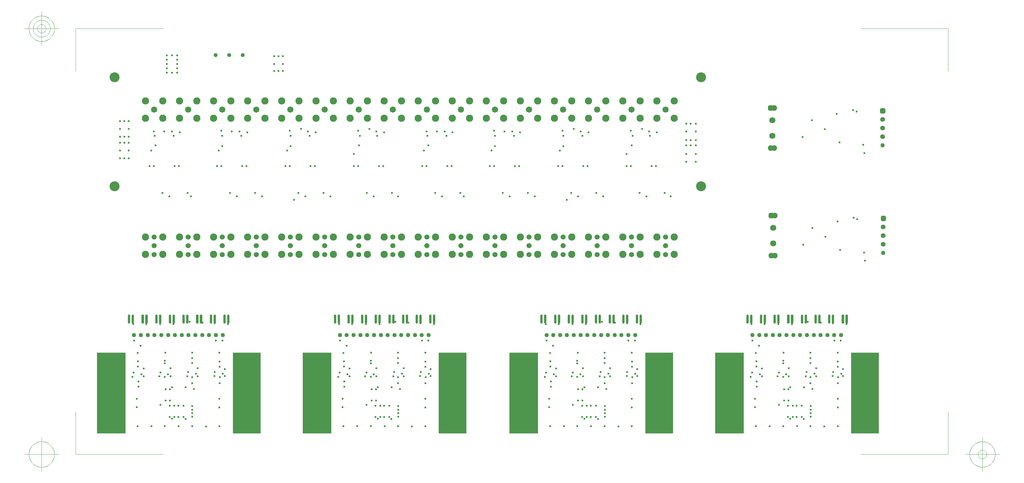
<source format=gbr>
G04 Generated by Ultiboard *
%FSLAX25Y25*%
%MOMM*%

%ADD10C,0.00100*%
%ADD11C,0.10000*%
%ADD12C,0.60000*%
%ADD13C,2.70916*%
%ADD14C,1.82016*%
%ADD15C,2.11684*%
%ADD16C,1.50000*%
%ADD17C,1.25000*%
%ADD18R,0.10000X2.00000*%
%ADD19C,2.92100*%
%ADD20C,1.18516*%
%ADD21C,1.80000*%
%ADD22R,0.24440X0.24440*%
%ADD23C,1.35560*%
%ADD24R,0.60000X0.60000*%
%ADD25C,1.00000*%
%ADD26C,1.40000*%
%ADD27R,0.63500X0.63500*%
%ADD28C,0.88900*%
%ADD29C,1.27000*%


%LNSolder Mask Bottom*%
%LPD*%
%FSLAX25Y25*%
%MOMM*%
G54D10*
G36*
X12222200Y113100D02*
X12222200Y2488000D01*
X13060300Y2488000D01*
X13060300Y113100D01*
X12222200Y113100D01*
G37*
G36*
X6162200Y113100D02*
X6162200Y2488000D01*
X7000300Y2488000D01*
X7000300Y113100D01*
X6162200Y113100D01*
G37*
G36*
X122200Y113100D02*
X122200Y2488000D01*
X960300Y2488000D01*
X960300Y113100D01*
X122200Y113100D01*
G37*
G36*
X4109900Y113100D02*
X4109900Y2488000D01*
X4922200Y2488000D01*
X4922200Y113100D01*
X4109900Y113100D01*
G37*
G36*
X10149900Y113100D02*
X10149900Y2488000D01*
X10962200Y2488000D01*
X10962200Y113100D01*
X10149900Y113100D01*
G37*
G36*
X16209900Y113100D02*
X16209900Y2488000D01*
X17022200Y2488000D01*
X17022200Y113100D01*
X16209900Y113100D01*
G37*
G36*
X18262200Y113100D02*
X18262200Y2488000D01*
X19100300Y2488000D01*
X19100300Y113100D01*
X18262200Y113100D01*
G37*
G36*
X22249900Y113100D02*
X22249900Y2488000D01*
X23062200Y2488000D01*
X23062200Y113100D01*
X22249900Y113100D01*
G37*
G54D11*
X-500000Y-500000D02*
X-500000Y750000D01*
X-500000Y-500000D02*
X2059696Y-500000D01*
X25096960Y-500000D02*
X22537264Y-500000D01*
X25096960Y-500000D02*
X25096960Y750000D01*
X25096960Y12000000D02*
X25096960Y10750000D01*
X25096960Y12000000D02*
X22537264Y12000000D01*
X-500000Y12000000D02*
X2059696Y12000000D01*
X-500000Y12000000D02*
X-500000Y10750000D01*
X-1000000Y-500000D02*
X-2000000Y-500000D01*
X-1500000Y-1000000D02*
X-1500000Y0D01*
X-1125000Y-500000D02*
X-1126806Y-463244D01*
X-1126806Y-463244D02*
X-1132206Y-426841D01*
X-1132206Y-426841D02*
X-1141147Y-391143D01*
X-1141147Y-391143D02*
X-1153545Y-356494D01*
X-1153545Y-356494D02*
X-1169280Y-323226D01*
X-1169280Y-323226D02*
X-1188199Y-291661D01*
X-1188199Y-291661D02*
X-1210121Y-262103D01*
X-1210121Y-262103D02*
X-1234835Y-234835D01*
X-1234835Y-234835D02*
X-1262103Y-210121D01*
X-1262103Y-210121D02*
X-1291661Y-188199D01*
X-1291661Y-188199D02*
X-1323226Y-169280D01*
X-1323226Y-169280D02*
X-1356494Y-153545D01*
X-1356494Y-153545D02*
X-1391143Y-141147D01*
X-1391143Y-141147D02*
X-1426841Y-132206D01*
X-1426841Y-132206D02*
X-1463244Y-126806D01*
X-1463244Y-126806D02*
X-1500000Y-125000D01*
X-1500000Y-125000D02*
X-1536756Y-126806D01*
X-1536756Y-126806D02*
X-1573159Y-132206D01*
X-1573159Y-132206D02*
X-1608857Y-141147D01*
X-1608857Y-141147D02*
X-1643506Y-153545D01*
X-1643506Y-153545D02*
X-1676774Y-169280D01*
X-1676774Y-169280D02*
X-1708339Y-188199D01*
X-1708339Y-188199D02*
X-1737897Y-210121D01*
X-1737897Y-210121D02*
X-1765165Y-234835D01*
X-1765165Y-234835D02*
X-1789879Y-262103D01*
X-1789879Y-262103D02*
X-1811801Y-291661D01*
X-1811801Y-291661D02*
X-1830720Y-323226D01*
X-1830720Y-323226D02*
X-1846455Y-356494D01*
X-1846455Y-356494D02*
X-1858853Y-391143D01*
X-1858853Y-391143D02*
X-1867794Y-426841D01*
X-1867794Y-426841D02*
X-1873194Y-463244D01*
X-1873194Y-463244D02*
X-1875000Y-500000D01*
X-1875000Y-500000D02*
X-1873194Y-536756D01*
X-1873194Y-536756D02*
X-1867794Y-573159D01*
X-1867794Y-573159D02*
X-1858853Y-608857D01*
X-1858853Y-608857D02*
X-1846455Y-643506D01*
X-1846455Y-643506D02*
X-1830720Y-676774D01*
X-1830720Y-676774D02*
X-1811801Y-708339D01*
X-1811801Y-708339D02*
X-1789879Y-737897D01*
X-1789879Y-737897D02*
X-1765165Y-765165D01*
X-1765165Y-765165D02*
X-1737897Y-789879D01*
X-1737897Y-789879D02*
X-1708339Y-811801D01*
X-1708339Y-811801D02*
X-1676774Y-830720D01*
X-1676774Y-830720D02*
X-1643506Y-846455D01*
X-1643506Y-846455D02*
X-1608857Y-858853D01*
X-1608857Y-858853D02*
X-1573159Y-867794D01*
X-1573159Y-867794D02*
X-1536756Y-873194D01*
X-1536756Y-873194D02*
X-1500000Y-875000D01*
X-1500000Y-875000D02*
X-1463244Y-873194D01*
X-1463244Y-873194D02*
X-1426841Y-867794D01*
X-1426841Y-867794D02*
X-1391143Y-858853D01*
X-1391143Y-858853D02*
X-1356494Y-846455D01*
X-1356494Y-846455D02*
X-1323226Y-830720D01*
X-1323226Y-830720D02*
X-1291661Y-811801D01*
X-1291661Y-811801D02*
X-1262103Y-789879D01*
X-1262103Y-789879D02*
X-1234835Y-765165D01*
X-1234835Y-765165D02*
X-1210121Y-737897D01*
X-1210121Y-737897D02*
X-1188199Y-708339D01*
X-1188199Y-708339D02*
X-1169280Y-676774D01*
X-1169280Y-676774D02*
X-1153545Y-643506D01*
X-1153545Y-643506D02*
X-1141147Y-608857D01*
X-1141147Y-608857D02*
X-1132206Y-573159D01*
X-1132206Y-573159D02*
X-1126806Y-536756D01*
X-1126806Y-536756D02*
X-1125000Y-500000D01*
X25596960Y-500000D02*
X26596960Y-500000D01*
X26096960Y-1000000D02*
X26096960Y0D01*
X26471960Y-500000D02*
X26470154Y-463244D01*
X26470154Y-463244D02*
X26464754Y-426841D01*
X26464754Y-426841D02*
X26455813Y-391143D01*
X26455813Y-391143D02*
X26443415Y-356494D01*
X26443415Y-356494D02*
X26427680Y-323226D01*
X26427680Y-323226D02*
X26408761Y-291661D01*
X26408761Y-291661D02*
X26386839Y-262103D01*
X26386839Y-262103D02*
X26362125Y-234835D01*
X26362125Y-234835D02*
X26334857Y-210121D01*
X26334857Y-210121D02*
X26305299Y-188199D01*
X26305299Y-188199D02*
X26273734Y-169280D01*
X26273734Y-169280D02*
X26240466Y-153545D01*
X26240466Y-153545D02*
X26205817Y-141147D01*
X26205817Y-141147D02*
X26170119Y-132206D01*
X26170119Y-132206D02*
X26133716Y-126806D01*
X26133716Y-126806D02*
X26096960Y-125000D01*
X26096960Y-125000D02*
X26060204Y-126806D01*
X26060204Y-126806D02*
X26023801Y-132206D01*
X26023801Y-132206D02*
X25988103Y-141147D01*
X25988103Y-141147D02*
X25953454Y-153545D01*
X25953454Y-153545D02*
X25920186Y-169280D01*
X25920186Y-169280D02*
X25888621Y-188199D01*
X25888621Y-188199D02*
X25859063Y-210121D01*
X25859063Y-210121D02*
X25831795Y-234835D01*
X25831795Y-234835D02*
X25807081Y-262103D01*
X25807081Y-262103D02*
X25785159Y-291661D01*
X25785159Y-291661D02*
X25766240Y-323226D01*
X25766240Y-323226D02*
X25750505Y-356494D01*
X25750505Y-356494D02*
X25738107Y-391143D01*
X25738107Y-391143D02*
X25729166Y-426841D01*
X25729166Y-426841D02*
X25723766Y-463244D01*
X25723766Y-463244D02*
X25721960Y-500000D01*
X25721960Y-500000D02*
X25723766Y-536756D01*
X25723766Y-536756D02*
X25729166Y-573159D01*
X25729166Y-573159D02*
X25738107Y-608857D01*
X25738107Y-608857D02*
X25750505Y-643506D01*
X25750505Y-643506D02*
X25766240Y-676774D01*
X25766240Y-676774D02*
X25785159Y-708339D01*
X25785159Y-708339D02*
X25807081Y-737897D01*
X25807081Y-737897D02*
X25831795Y-765165D01*
X25831795Y-765165D02*
X25859063Y-789879D01*
X25859063Y-789879D02*
X25888621Y-811801D01*
X25888621Y-811801D02*
X25920186Y-830720D01*
X25920186Y-830720D02*
X25953454Y-846455D01*
X25953454Y-846455D02*
X25988103Y-858853D01*
X25988103Y-858853D02*
X26023801Y-867794D01*
X26023801Y-867794D02*
X26060204Y-873194D01*
X26060204Y-873194D02*
X26096960Y-875000D01*
X26096960Y-875000D02*
X26133716Y-873194D01*
X26133716Y-873194D02*
X26170119Y-867794D01*
X26170119Y-867794D02*
X26205817Y-858853D01*
X26205817Y-858853D02*
X26240466Y-846455D01*
X26240466Y-846455D02*
X26273734Y-830720D01*
X26273734Y-830720D02*
X26305299Y-811801D01*
X26305299Y-811801D02*
X26334857Y-789879D01*
X26334857Y-789879D02*
X26362125Y-765165D01*
X26362125Y-765165D02*
X26386839Y-737897D01*
X26386839Y-737897D02*
X26408761Y-708339D01*
X26408761Y-708339D02*
X26427680Y-676774D01*
X26427680Y-676774D02*
X26443415Y-643506D01*
X26443415Y-643506D02*
X26455813Y-608857D01*
X26455813Y-608857D02*
X26464754Y-573159D01*
X26464754Y-573159D02*
X26470154Y-536756D01*
X26470154Y-536756D02*
X26471960Y-500000D01*
X26221960Y-500000D02*
X26221358Y-487748D01*
X26221358Y-487748D02*
X26219558Y-475614D01*
X26219558Y-475614D02*
X26216578Y-463715D01*
X26216578Y-463715D02*
X26212445Y-452165D01*
X26212445Y-452165D02*
X26207200Y-441076D01*
X26207200Y-441076D02*
X26200894Y-430554D01*
X26200894Y-430554D02*
X26193586Y-420701D01*
X26193586Y-420701D02*
X26185348Y-411612D01*
X26185348Y-411612D02*
X26176259Y-403374D01*
X26176259Y-403374D02*
X26166406Y-396066D01*
X26166406Y-396066D02*
X26155885Y-389760D01*
X26155885Y-389760D02*
X26144795Y-384515D01*
X26144795Y-384515D02*
X26133246Y-380383D01*
X26133246Y-380383D02*
X26121346Y-377402D01*
X26121346Y-377402D02*
X26109212Y-375602D01*
X26109212Y-375602D02*
X26096960Y-375000D01*
X26096960Y-375000D02*
X26084708Y-375602D01*
X26084708Y-375602D02*
X26072574Y-377402D01*
X26072574Y-377402D02*
X26060675Y-380383D01*
X26060675Y-380383D02*
X26049125Y-384515D01*
X26049125Y-384515D02*
X26038036Y-389760D01*
X26038036Y-389760D02*
X26027514Y-396066D01*
X26027514Y-396066D02*
X26017661Y-403374D01*
X26017661Y-403374D02*
X26008572Y-411612D01*
X26008572Y-411612D02*
X26000334Y-420701D01*
X26000334Y-420701D02*
X25993026Y-430554D01*
X25993026Y-430554D02*
X25986720Y-441076D01*
X25986720Y-441076D02*
X25981475Y-452165D01*
X25981475Y-452165D02*
X25977343Y-463715D01*
X25977343Y-463715D02*
X25974362Y-475614D01*
X25974362Y-475614D02*
X25972562Y-487748D01*
X25972562Y-487748D02*
X25971960Y-500000D01*
X25971960Y-500000D02*
X25972562Y-512252D01*
X25972562Y-512252D02*
X25974362Y-524386D01*
X25974362Y-524386D02*
X25977343Y-536286D01*
X25977343Y-536286D02*
X25981475Y-547835D01*
X25981475Y-547835D02*
X25986720Y-558925D01*
X25986720Y-558925D02*
X25993026Y-569446D01*
X25993026Y-569446D02*
X26000334Y-579299D01*
X26000334Y-579299D02*
X26008572Y-588388D01*
X26008572Y-588388D02*
X26017661Y-596626D01*
X26017661Y-596626D02*
X26027514Y-603934D01*
X26027514Y-603934D02*
X26038036Y-610240D01*
X26038036Y-610240D02*
X26049125Y-615485D01*
X26049125Y-615485D02*
X26060675Y-619618D01*
X26060675Y-619618D02*
X26072574Y-622598D01*
X26072574Y-622598D02*
X26084708Y-624398D01*
X26084708Y-624398D02*
X26096960Y-625000D01*
X26096960Y-625000D02*
X26109212Y-624398D01*
X26109212Y-624398D02*
X26121346Y-622598D01*
X26121346Y-622598D02*
X26133246Y-619618D01*
X26133246Y-619618D02*
X26144795Y-615485D01*
X26144795Y-615485D02*
X26155885Y-610240D01*
X26155885Y-610240D02*
X26166406Y-603934D01*
X26166406Y-603934D02*
X26176259Y-596626D01*
X26176259Y-596626D02*
X26185348Y-588388D01*
X26185348Y-588388D02*
X26193586Y-579299D01*
X26193586Y-579299D02*
X26200894Y-569446D01*
X26200894Y-569446D02*
X26207200Y-558925D01*
X26207200Y-558925D02*
X26212445Y-547835D01*
X26212445Y-547835D02*
X26216578Y-536286D01*
X26216578Y-536286D02*
X26219558Y-524386D01*
X26219558Y-524386D02*
X26221358Y-512252D01*
X26221358Y-512252D02*
X26221960Y-500000D01*
X-1000000Y12000000D02*
X-2000000Y12000000D01*
X-1500000Y11500000D02*
X-1500000Y12500000D01*
X-1125000Y12000000D02*
X-1126806Y12036757D01*
X-1126806Y12036757D02*
X-1132206Y12073159D01*
X-1132206Y12073159D02*
X-1141147Y12108857D01*
X-1141147Y12108857D02*
X-1153545Y12143506D01*
X-1153545Y12143506D02*
X-1169280Y12176774D01*
X-1169280Y12176774D02*
X-1188199Y12208339D01*
X-1188199Y12208339D02*
X-1210121Y12237898D01*
X-1210121Y12237898D02*
X-1234835Y12265165D01*
X-1234835Y12265165D02*
X-1262103Y12289879D01*
X-1262103Y12289879D02*
X-1291661Y12311801D01*
X-1291661Y12311801D02*
X-1323226Y12330721D01*
X-1323226Y12330721D02*
X-1356494Y12346455D01*
X-1356494Y12346455D02*
X-1391143Y12358853D01*
X-1391143Y12358853D02*
X-1426841Y12367795D01*
X-1426841Y12367795D02*
X-1463244Y12373194D01*
X-1463244Y12373194D02*
X-1500000Y12375000D01*
X-1500000Y12375000D02*
X-1536756Y12373194D01*
X-1536756Y12373194D02*
X-1573159Y12367795D01*
X-1573159Y12367795D02*
X-1608857Y12358853D01*
X-1608857Y12358853D02*
X-1643506Y12346455D01*
X-1643506Y12346455D02*
X-1676774Y12330721D01*
X-1676774Y12330721D02*
X-1708339Y12311801D01*
X-1708339Y12311801D02*
X-1737897Y12289879D01*
X-1737897Y12289879D02*
X-1765165Y12265165D01*
X-1765165Y12265165D02*
X-1789879Y12237898D01*
X-1789879Y12237898D02*
X-1811801Y12208339D01*
X-1811801Y12208339D02*
X-1830720Y12176774D01*
X-1830720Y12176774D02*
X-1846455Y12143506D01*
X-1846455Y12143506D02*
X-1858853Y12108857D01*
X-1858853Y12108857D02*
X-1867794Y12073159D01*
X-1867794Y12073159D02*
X-1873194Y12036757D01*
X-1873194Y12036757D02*
X-1875000Y12000000D01*
X-1875000Y12000000D02*
X-1873194Y11963244D01*
X-1873194Y11963244D02*
X-1867794Y11926841D01*
X-1867794Y11926841D02*
X-1858853Y11891143D01*
X-1858853Y11891143D02*
X-1846455Y11856494D01*
X-1846455Y11856494D02*
X-1830720Y11823226D01*
X-1830720Y11823226D02*
X-1811801Y11791661D01*
X-1811801Y11791661D02*
X-1789879Y11762103D01*
X-1789879Y11762103D02*
X-1765165Y11734835D01*
X-1765165Y11734835D02*
X-1737897Y11710121D01*
X-1737897Y11710121D02*
X-1708339Y11688199D01*
X-1708339Y11688199D02*
X-1676774Y11669280D01*
X-1676774Y11669280D02*
X-1643506Y11653545D01*
X-1643506Y11653545D02*
X-1608857Y11641148D01*
X-1608857Y11641148D02*
X-1573159Y11632206D01*
X-1573159Y11632206D02*
X-1536756Y11626806D01*
X-1536756Y11626806D02*
X-1500000Y11625000D01*
X-1500000Y11625000D02*
X-1463244Y11626806D01*
X-1463244Y11626806D02*
X-1426841Y11632206D01*
X-1426841Y11632206D02*
X-1391143Y11641148D01*
X-1391143Y11641148D02*
X-1356494Y11653545D01*
X-1356494Y11653545D02*
X-1323226Y11669280D01*
X-1323226Y11669280D02*
X-1291661Y11688199D01*
X-1291661Y11688199D02*
X-1262103Y11710121D01*
X-1262103Y11710121D02*
X-1234835Y11734835D01*
X-1234835Y11734835D02*
X-1210121Y11762103D01*
X-1210121Y11762103D02*
X-1188199Y11791661D01*
X-1188199Y11791661D02*
X-1169280Y11823226D01*
X-1169280Y11823226D02*
X-1153545Y11856494D01*
X-1153545Y11856494D02*
X-1141147Y11891143D01*
X-1141147Y11891143D02*
X-1132206Y11926841D01*
X-1132206Y11926841D02*
X-1126806Y11963244D01*
X-1126806Y11963244D02*
X-1125000Y12000000D01*
X-1250000Y12000000D02*
X-1251204Y12024504D01*
X-1251204Y12024504D02*
X-1254804Y12048773D01*
X-1254804Y12048773D02*
X-1260765Y12072571D01*
X-1260765Y12072571D02*
X-1269030Y12095671D01*
X-1269030Y12095671D02*
X-1279520Y12117849D01*
X-1279520Y12117849D02*
X-1292133Y12138893D01*
X-1292133Y12138893D02*
X-1306747Y12158598D01*
X-1306747Y12158598D02*
X-1323223Y12176777D01*
X-1323223Y12176777D02*
X-1341402Y12193253D01*
X-1341402Y12193253D02*
X-1361108Y12207868D01*
X-1361108Y12207868D02*
X-1382151Y12220480D01*
X-1382151Y12220480D02*
X-1404329Y12230970D01*
X-1404329Y12230970D02*
X-1427429Y12239235D01*
X-1427429Y12239235D02*
X-1451228Y12245196D01*
X-1451228Y12245196D02*
X-1475496Y12248796D01*
X-1475496Y12248796D02*
X-1500000Y12250000D01*
X-1500000Y12250000D02*
X-1524504Y12248796D01*
X-1524504Y12248796D02*
X-1548773Y12245196D01*
X-1548773Y12245196D02*
X-1572571Y12239235D01*
X-1572571Y12239235D02*
X-1595671Y12230970D01*
X-1595671Y12230970D02*
X-1617849Y12220480D01*
X-1617849Y12220480D02*
X-1638893Y12207868D01*
X-1638893Y12207868D02*
X-1658598Y12193253D01*
X-1658598Y12193253D02*
X-1676777Y12176777D01*
X-1676777Y12176777D02*
X-1693253Y12158598D01*
X-1693253Y12158598D02*
X-1707867Y12138893D01*
X-1707867Y12138893D02*
X-1720480Y12117849D01*
X-1720480Y12117849D02*
X-1730970Y12095671D01*
X-1730970Y12095671D02*
X-1739235Y12072571D01*
X-1739235Y12072571D02*
X-1745196Y12048773D01*
X-1745196Y12048773D02*
X-1748796Y12024504D01*
X-1748796Y12024504D02*
X-1750000Y12000000D01*
X-1750000Y12000000D02*
X-1748796Y11975496D01*
X-1748796Y11975496D02*
X-1745196Y11951228D01*
X-1745196Y11951228D02*
X-1739235Y11927429D01*
X-1739235Y11927429D02*
X-1730970Y11904329D01*
X-1730970Y11904329D02*
X-1720480Y11882151D01*
X-1720480Y11882151D02*
X-1707867Y11861108D01*
X-1707867Y11861108D02*
X-1693253Y11841402D01*
X-1693253Y11841402D02*
X-1676777Y11823223D01*
X-1676777Y11823223D02*
X-1658598Y11806748D01*
X-1658598Y11806748D02*
X-1638893Y11792133D01*
X-1638893Y11792133D02*
X-1617849Y11779520D01*
X-1617849Y11779520D02*
X-1595671Y11769030D01*
X-1595671Y11769030D02*
X-1572571Y11760765D01*
X-1572571Y11760765D02*
X-1548773Y11754804D01*
X-1548773Y11754804D02*
X-1524504Y11751204D01*
X-1524504Y11751204D02*
X-1500000Y11750000D01*
X-1500000Y11750000D02*
X-1475496Y11751204D01*
X-1475496Y11751204D02*
X-1451228Y11754804D01*
X-1451228Y11754804D02*
X-1427429Y11760765D01*
X-1427429Y11760765D02*
X-1404329Y11769030D01*
X-1404329Y11769030D02*
X-1382151Y11779520D01*
X-1382151Y11779520D02*
X-1361108Y11792133D01*
X-1361108Y11792133D02*
X-1341402Y11806748D01*
X-1341402Y11806748D02*
X-1323223Y11823223D01*
X-1323223Y11823223D02*
X-1306747Y11841402D01*
X-1306747Y11841402D02*
X-1292133Y11861108D01*
X-1292133Y11861108D02*
X-1279520Y11882151D01*
X-1279520Y11882151D02*
X-1269030Y11904329D01*
X-1269030Y11904329D02*
X-1260765Y11927429D01*
X-1260765Y11927429D02*
X-1254804Y11951228D01*
X-1254804Y11951228D02*
X-1251204Y11975496D01*
X-1251204Y11975496D02*
X-1250000Y12000000D01*
X-1375000Y12000000D02*
X-1375602Y12012252D01*
X-1375602Y12012252D02*
X-1377402Y12024386D01*
X-1377402Y12024386D02*
X-1380383Y12036286D01*
X-1380383Y12036286D02*
X-1384515Y12047836D01*
X-1384515Y12047836D02*
X-1389760Y12058925D01*
X-1389760Y12058925D02*
X-1396066Y12069446D01*
X-1396066Y12069446D02*
X-1403374Y12079299D01*
X-1403374Y12079299D02*
X-1411612Y12088388D01*
X-1411612Y12088388D02*
X-1420701Y12096626D01*
X-1420701Y12096626D02*
X-1430554Y12103934D01*
X-1430554Y12103934D02*
X-1441076Y12110240D01*
X-1441076Y12110240D02*
X-1452165Y12115485D01*
X-1452165Y12115485D02*
X-1463715Y12119618D01*
X-1463715Y12119618D02*
X-1475614Y12122598D01*
X-1475614Y12122598D02*
X-1487748Y12124398D01*
X-1487748Y12124398D02*
X-1500000Y12125000D01*
X-1500000Y12125000D02*
X-1512252Y12124398D01*
X-1512252Y12124398D02*
X-1524386Y12122598D01*
X-1524386Y12122598D02*
X-1536286Y12119618D01*
X-1536286Y12119618D02*
X-1547835Y12115485D01*
X-1547835Y12115485D02*
X-1558925Y12110240D01*
X-1558925Y12110240D02*
X-1569446Y12103934D01*
X-1569446Y12103934D02*
X-1579299Y12096626D01*
X-1579299Y12096626D02*
X-1588388Y12088388D01*
X-1588388Y12088388D02*
X-1596626Y12079299D01*
X-1596626Y12079299D02*
X-1603934Y12069446D01*
X-1603934Y12069446D02*
X-1610240Y12058925D01*
X-1610240Y12058925D02*
X-1615485Y12047836D01*
X-1615485Y12047836D02*
X-1619618Y12036286D01*
X-1619618Y12036286D02*
X-1622598Y12024386D01*
X-1622598Y12024386D02*
X-1624398Y12012252D01*
X-1624398Y12012252D02*
X-1625000Y12000000D01*
X-1625000Y12000000D02*
X-1624398Y11987748D01*
X-1624398Y11987748D02*
X-1622598Y11975614D01*
X-1622598Y11975614D02*
X-1619618Y11963715D01*
X-1619618Y11963715D02*
X-1615485Y11952165D01*
X-1615485Y11952165D02*
X-1610240Y11941076D01*
X-1610240Y11941076D02*
X-1603934Y11930554D01*
X-1603934Y11930554D02*
X-1596626Y11920701D01*
X-1596626Y11920701D02*
X-1588388Y11911612D01*
X-1588388Y11911612D02*
X-1579299Y11903374D01*
X-1579299Y11903374D02*
X-1569446Y11896066D01*
X-1569446Y11896066D02*
X-1558925Y11889760D01*
X-1558925Y11889760D02*
X-1547835Y11884515D01*
X-1547835Y11884515D02*
X-1536286Y11880383D01*
X-1536286Y11880383D02*
X-1524386Y11877402D01*
X-1524386Y11877402D02*
X-1512252Y11875602D01*
X-1512252Y11875602D02*
X-1500000Y11875000D01*
X-1500000Y11875000D02*
X-1487748Y11875602D01*
X-1487748Y11875602D02*
X-1475614Y11877402D01*
X-1475614Y11877402D02*
X-1463715Y11880383D01*
X-1463715Y11880383D02*
X-1452165Y11884515D01*
X-1452165Y11884515D02*
X-1441076Y11889760D01*
X-1441076Y11889760D02*
X-1430554Y11896066D01*
X-1430554Y11896066D02*
X-1420701Y11903374D01*
X-1420701Y11903374D02*
X-1411612Y11911612D01*
X-1411612Y11911612D02*
X-1403374Y11920701D01*
X-1403374Y11920701D02*
X-1396066Y11930554D01*
X-1396066Y11930554D02*
X-1389760Y11941076D01*
X-1389760Y11941076D02*
X-1384515Y11952165D01*
X-1384515Y11952165D02*
X-1380383Y11963715D01*
X-1380383Y11963715D02*
X-1377402Y11975614D01*
X-1377402Y11975614D02*
X-1375602Y11987748D01*
X-1375602Y11987748D02*
X-1375000Y12000000D01*
G54D12*
X12764000Y7176400D03*
X6389600Y7963800D03*
X6364200Y8852800D03*
X3220900Y3364300D03*
X885400Y1564600D03*
X221900Y1565100D03*
X1341300Y1637100D03*
X218400Y777200D03*
X220000Y434300D03*
X220000Y320000D03*
X220000Y205700D03*
X218400Y548600D03*
X218400Y662900D03*
X218700Y1230700D03*
X220300Y887800D03*
X220300Y1116400D03*
X220300Y1002100D03*
X218700Y1345000D03*
X218700Y1459300D03*
X881900Y776700D03*
X883500Y433800D03*
X883500Y319500D03*
X883500Y205200D03*
X881900Y662400D03*
X881900Y548100D03*
X1315900Y329000D03*
X882200Y1230200D03*
X883800Y1115900D03*
X883800Y1001600D03*
X883800Y887300D03*
X882200Y1458800D03*
X882200Y1344500D03*
X1290500Y887800D03*
X1290500Y1129100D03*
X1341300Y1484700D03*
X222200Y2361500D03*
X220300Y2022300D03*
X221900Y1679400D03*
X220300Y1908000D03*
X221900Y1793700D03*
X220300Y2136600D03*
X222200Y2247200D03*
X885700Y2361000D03*
X1201600Y1903800D03*
X1163500Y1776800D03*
X883800Y2021800D03*
X883800Y1907500D03*
X885400Y1793200D03*
X885400Y1678900D03*
X885700Y2246700D03*
X883800Y2136100D03*
X1493700Y2018100D03*
X1493700Y1789500D03*
X1430200Y1853000D03*
X1328600Y2081600D03*
X1328600Y2234000D03*
X1214300Y2843600D03*
X1315900Y2475300D03*
X1404800Y2691200D03*
X2916100Y1586300D03*
X2395400Y925900D03*
X2395400Y595700D03*
X1722300Y329000D03*
X2116000Y329000D03*
X2322200Y541900D03*
X2255700Y595700D03*
X1989000Y951300D03*
X2255700Y925900D03*
X2141400Y1078300D03*
X2268400Y1078300D03*
X2141400Y1408500D03*
X2322200Y1469000D03*
X2268400Y1408500D03*
X2922200Y807200D03*
X2522400Y329000D03*
X2722200Y535600D03*
X2509700Y595700D03*
X2662100Y595700D03*
X2916100Y329000D03*
X2922200Y607200D03*
X2922200Y707200D03*
X2509700Y925900D03*
X2662100Y925900D03*
X2725600Y1472000D03*
X2922200Y917200D03*
X2971200Y1416900D03*
X1989000Y1903800D03*
X1950900Y1789500D03*
X2281100Y2030800D03*
X2116000Y1776800D03*
X2281100Y1789500D03*
X2204900Y1853000D03*
X2116000Y2246700D03*
X2116000Y2170500D03*
X2128700Y2488000D03*
X2776400Y1789500D03*
X2801800Y1916500D03*
X3081200Y2030800D03*
X2916100Y1764100D03*
X3030400Y1865700D03*
X3081200Y1789500D03*
X2916100Y2183200D03*
X2916100Y2322900D03*
X2916100Y2488000D03*
X1569900Y3326200D03*
X1188900Y3326200D03*
X2370000Y3326200D03*
X1976300Y3326200D03*
X2839900Y3389700D03*
X4798400Y548600D03*
X4800300Y2136600D03*
X4802200Y2247200D03*
X4802200Y2361500D03*
X4798700Y1345000D03*
X4801900Y1679400D03*
X4800300Y2022300D03*
X4800300Y1908000D03*
X4801900Y1793700D03*
X4801900Y1565100D03*
X4798700Y1459300D03*
X4800300Y887800D03*
X4798700Y1230700D03*
X4800300Y1116400D03*
X4800300Y1002100D03*
X4798400Y777200D03*
X4798400Y662900D03*
X4800000Y434300D03*
X4800000Y320000D03*
X4800000Y205700D03*
X4166100Y1566000D03*
X3721500Y1586300D03*
X3322500Y316300D03*
X3716200Y329000D03*
X3716200Y875100D03*
X3716200Y1129100D03*
X4162600Y778100D03*
X4164200Y435200D03*
X4164200Y320900D03*
X4164200Y206600D03*
X4162600Y549500D03*
X4162600Y663800D03*
X4162900Y1231600D03*
X4164500Y1117300D03*
X4164500Y1003000D03*
X4164500Y888700D03*
X4162900Y1460200D03*
X4162900Y1345900D03*
X3581800Y1916500D03*
X3569100Y1802200D03*
X3873900Y2005400D03*
X3728900Y1764100D03*
X3873900Y1802200D03*
X3817800Y1865700D03*
X3721500Y2068900D03*
X3721500Y2221300D03*
X3614600Y2843600D03*
X3805100Y2843600D03*
X3716200Y2488000D03*
X4166400Y2362400D03*
X4164500Y2023200D03*
X4164500Y1908900D03*
X4166100Y1794600D03*
X4166100Y1680300D03*
X4166400Y2248100D03*
X4164500Y2137500D03*
X6261900Y1565100D03*
X6258400Y777200D03*
X6260000Y434300D03*
X6260000Y320000D03*
X6260000Y205700D03*
X6258400Y548600D03*
X6258400Y662900D03*
X6258700Y1230700D03*
X6260300Y887800D03*
X6260300Y1116400D03*
X6260300Y1002100D03*
X6258700Y1345000D03*
X6258700Y1459300D03*
X6262200Y2361500D03*
X6260300Y2022300D03*
X6261900Y1679400D03*
X6260300Y1908000D03*
X6261900Y1793700D03*
X6260300Y2136600D03*
X6262200Y2247200D03*
X3970200Y3326200D03*
X3576500Y3351600D03*
X801600Y9056000D03*
X801600Y9284600D03*
X801600Y8649600D03*
X801600Y8827400D03*
X801600Y8421000D03*
X801600Y8192400D03*
X928600Y8827400D03*
X1055600Y8827400D03*
X1055600Y8421000D03*
X928600Y8192400D03*
X1055600Y8192400D03*
X928600Y8649600D03*
X1055600Y8649600D03*
X1055600Y9056000D03*
X928600Y9284600D03*
X1055600Y9284600D03*
X1665200Y7963800D03*
X2528800Y7963800D03*
X1792200Y7963800D03*
X2401800Y7963800D03*
X2046200Y7176400D03*
X2249400Y7074800D03*
X2782800Y7176400D03*
X2884400Y7074800D03*
X2376400Y8852800D03*
X1716000Y8421000D03*
X1843000Y8573400D03*
X1792200Y8979800D03*
X1817600Y8852800D03*
X2097000Y8979800D03*
X2325600Y8979800D03*
X2554200Y8954400D03*
X2173200Y11215000D03*
X2478000Y11215000D03*
X2325600Y11215000D03*
X2173200Y10834000D03*
X2173200Y10707000D03*
X2325600Y10707000D03*
X2173200Y11088000D03*
X2173200Y10961000D03*
X2478000Y10834000D03*
X2478000Y10707000D03*
X2478000Y11088000D03*
X2478000Y10961000D03*
X4764000Y7176400D03*
X3773400Y7963800D03*
X3646400Y7963800D03*
X4510000Y7963800D03*
X4383000Y7963800D03*
X4027400Y7176400D03*
X4230600Y7074800D03*
X3697200Y8421000D03*
X3798800Y8548000D03*
X3773400Y9005200D03*
X3798800Y8852800D03*
X4357600Y8852800D03*
X4078200Y8979800D03*
X4306800Y8979800D03*
X4535400Y8954400D03*
X5780000Y7963800D03*
X5653000Y7963800D03*
X4967200Y7074800D03*
X6034000Y7176400D03*
X5907000Y6973200D03*
X6237200Y7074800D03*
X5703800Y8421000D03*
X5805400Y8548000D03*
X5780000Y9005200D03*
X5805400Y8852800D03*
X6110200Y9056000D03*
X6313400Y8979800D03*
X5322800Y11189600D03*
X5576800Y11189600D03*
X5449800Y11189600D03*
X5576800Y10961000D03*
X5576800Y10757800D03*
X5322800Y10757800D03*
X5449800Y10757800D03*
X5322800Y10961000D03*
X9621800Y1916500D03*
X9609100Y1802200D03*
X9616500Y3351600D03*
X8029000Y951300D03*
X8029000Y1903800D03*
X7990900Y1789500D03*
X6925400Y1564600D03*
X7381300Y1637100D03*
X6921900Y776700D03*
X6923500Y433800D03*
X6923500Y319500D03*
X6923500Y205200D03*
X6921900Y662400D03*
X6921900Y548100D03*
X6922200Y1230200D03*
X6923800Y1115900D03*
X6923800Y1001600D03*
X6923800Y887300D03*
X6922200Y1458800D03*
X6922200Y1344500D03*
X7355900Y329000D03*
X7762300Y329000D03*
X7330500Y887800D03*
X7330500Y1129100D03*
X7381300Y1484700D03*
X7241600Y1903800D03*
X7203500Y1776800D03*
X6925700Y2361000D03*
X6923800Y2021800D03*
X6923800Y1907500D03*
X6925400Y1793200D03*
X6925400Y1678900D03*
X6925700Y2246700D03*
X6923800Y2136100D03*
X7533700Y2018100D03*
X7533700Y1789500D03*
X7470200Y1853000D03*
X7368600Y2081600D03*
X7368600Y2234000D03*
X7254300Y2843600D03*
X7355900Y2475300D03*
X7444800Y2691200D03*
X8956100Y1586300D03*
X8762200Y535600D03*
X8765600Y1472000D03*
X8435400Y595700D03*
X8362200Y541900D03*
X8156000Y329000D03*
X8295700Y595700D03*
X8562400Y329000D03*
X8549700Y595700D03*
X8702100Y595700D03*
X8435400Y925900D03*
X8362200Y1469000D03*
X8295700Y925900D03*
X8181400Y1078300D03*
X8308400Y1078300D03*
X8181400Y1408500D03*
X8308400Y1408500D03*
X8549700Y925900D03*
X8702100Y925900D03*
X8962200Y807200D03*
X8956100Y329000D03*
X8962200Y607200D03*
X8962200Y707200D03*
X9362500Y316300D03*
X8962200Y917200D03*
X9011200Y1416900D03*
X8816400Y1789500D03*
X8841800Y1916500D03*
X8321100Y2030800D03*
X8156000Y1776800D03*
X8321100Y1789500D03*
X8244900Y1853000D03*
X8156000Y2246700D03*
X8156000Y2170500D03*
X8168700Y2488000D03*
X9121200Y2030800D03*
X8956100Y1764100D03*
X9070400Y1865700D03*
X9121200Y1789500D03*
X8956100Y2183200D03*
X8956100Y2322900D03*
X8956100Y2488000D03*
X8016300Y3326200D03*
X7228900Y3326200D03*
X7609900Y3326200D03*
X8410000Y3326200D03*
X8879900Y3389700D03*
X9260900Y3364300D03*
X10841900Y1565100D03*
X10206100Y1566000D03*
X9761500Y1586300D03*
X10202600Y778100D03*
X9756200Y329000D03*
X10204200Y435200D03*
X10204200Y320900D03*
X10204200Y206600D03*
X10202600Y549500D03*
X10202600Y663800D03*
X9756200Y875100D03*
X9756200Y1129100D03*
X10202900Y1231600D03*
X10204500Y1117300D03*
X10204500Y1003000D03*
X10204500Y888700D03*
X10202900Y1460200D03*
X10202900Y1345900D03*
X10838400Y777200D03*
X10838400Y548600D03*
X10838400Y662900D03*
X10840000Y434300D03*
X10840000Y320000D03*
X10840000Y205700D03*
X10838700Y1345000D03*
X10838700Y1459300D03*
X10840300Y887800D03*
X10838700Y1230700D03*
X10840300Y1116400D03*
X10840300Y1002100D03*
X10206400Y2362400D03*
X9913900Y2005400D03*
X9768900Y1764100D03*
X9913900Y1802200D03*
X9857800Y1865700D03*
X9761500Y2068900D03*
X9761500Y2221300D03*
X10204500Y2023200D03*
X10204500Y1908900D03*
X10206100Y1794600D03*
X10206100Y1680300D03*
X10206400Y2248100D03*
X10204500Y2137500D03*
X9654600Y2843600D03*
X9845100Y2843600D03*
X9756200Y2488000D03*
X10842200Y2361500D03*
X10840300Y2136600D03*
X10842200Y2247200D03*
X10841900Y1679400D03*
X10840300Y2022300D03*
X10840300Y1908000D03*
X10841900Y1793700D03*
X12321900Y1565100D03*
X12318400Y777200D03*
X12320000Y434300D03*
X12320000Y320000D03*
X12320000Y205700D03*
X12318400Y548600D03*
X12318400Y662900D03*
X12318700Y1230700D03*
X12320300Y887800D03*
X12320300Y1116400D03*
X12320300Y1002100D03*
X12318700Y1345000D03*
X12318700Y1459300D03*
X12322200Y2361500D03*
X12320300Y2022300D03*
X12321900Y1679400D03*
X12320300Y1908000D03*
X12321900Y1793700D03*
X12320300Y2136600D03*
X12322200Y2247200D03*
X10010200Y3326200D03*
X8040600Y7176400D03*
X6516600Y7963800D03*
X7659600Y7963800D03*
X7786600Y7963800D03*
X6770600Y7176400D03*
X6973800Y7074800D03*
X6542000Y8954400D03*
X7659600Y8319400D03*
X7812000Y8573400D03*
X7786600Y9005200D03*
X7837400Y8852800D03*
X8523200Y7963800D03*
X8396200Y7963800D03*
X8777200Y7176400D03*
X8243800Y7074800D03*
X8955000Y7074800D03*
X8116800Y9056000D03*
X8320000Y8979800D03*
X8345400Y8852800D03*
X8548600Y8954400D03*
X9665200Y7963800D03*
X10528800Y7963800D03*
X9792200Y7963800D03*
X10401800Y7963800D03*
X10046200Y7176400D03*
X10249400Y7074800D03*
X10782800Y7176400D03*
X10884400Y7074800D03*
X10376400Y8852800D03*
X9716000Y8421000D03*
X9843000Y8573400D03*
X9792200Y8979800D03*
X9817600Y8852800D03*
X10097000Y8979800D03*
X10325600Y8979800D03*
X10554200Y8954400D03*
X11773400Y7963800D03*
X11646400Y7963800D03*
X12510000Y7963800D03*
X12383000Y7963800D03*
X12027400Y7176400D03*
X12230600Y7074800D03*
X11697200Y8421000D03*
X11798800Y8548000D03*
X11773400Y9005200D03*
X11798800Y8852800D03*
X12357600Y8852800D03*
X12078200Y8979800D03*
X12306800Y8979800D03*
X12535400Y8954400D03*
X15973900Y2005400D03*
X15973900Y1802200D03*
X14422200Y541900D03*
X14355700Y595700D03*
X14355700Y925900D03*
X14368400Y1078300D03*
X14422200Y1469000D03*
X14368400Y1408500D03*
X14381100Y2030800D03*
X14381100Y1789500D03*
X12985400Y1564600D03*
X13441300Y1637100D03*
X12981900Y776700D03*
X12983500Y433800D03*
X12983500Y319500D03*
X12983500Y205200D03*
X12981900Y662400D03*
X12981900Y548100D03*
X13415900Y329000D03*
X12982200Y1230200D03*
X12983800Y1115900D03*
X12983800Y1001600D03*
X12983800Y887300D03*
X12982200Y1458800D03*
X12982200Y1344500D03*
X13390500Y887800D03*
X13390500Y1129100D03*
X13441300Y1484700D03*
X13822300Y329000D03*
X14216000Y329000D03*
X14089000Y951300D03*
X14241400Y1078300D03*
X14241400Y1408500D03*
X13593700Y2018100D03*
X13593700Y1789500D03*
X12985700Y2361000D03*
X12983800Y2021800D03*
X12983800Y1907500D03*
X12985400Y1793200D03*
X12985400Y1678900D03*
X12985700Y2246700D03*
X12983800Y2136100D03*
X13301600Y1903800D03*
X13263500Y1776800D03*
X13530200Y1853000D03*
X13428600Y2081600D03*
X13428600Y2234000D03*
X13314300Y2843600D03*
X13415900Y2475300D03*
X13504800Y2691200D03*
X14089000Y1903800D03*
X14050900Y1789500D03*
X14216000Y1776800D03*
X14304900Y1853000D03*
X14216000Y2246700D03*
X14216000Y2170500D03*
X14228700Y2488000D03*
X15016100Y1586300D03*
X15821500Y1586300D03*
X15022200Y807200D03*
X14822200Y535600D03*
X14762100Y595700D03*
X14622400Y329000D03*
X14495400Y595700D03*
X14609700Y595700D03*
X15016100Y329000D03*
X15022200Y607200D03*
X15022200Y707200D03*
X14762100Y925900D03*
X14825600Y1472000D03*
X14495400Y925900D03*
X14609700Y925900D03*
X15022200Y917200D03*
X15071200Y1416900D03*
X15422500Y316300D03*
X15816200Y329000D03*
X15816200Y875100D03*
X15816200Y1129100D03*
X15181200Y2030800D03*
X15181200Y1789500D03*
X14876400Y1789500D03*
X14901800Y1916500D03*
X15016100Y1764100D03*
X15130400Y1865700D03*
X15016100Y2183200D03*
X15016100Y2322900D03*
X15016100Y2488000D03*
X15681800Y1916500D03*
X15669100Y1802200D03*
X15828900Y1764100D03*
X15917800Y1865700D03*
X15821500Y2068900D03*
X15821500Y2221300D03*
X15714600Y2843600D03*
X15905100Y2843600D03*
X15816200Y2488000D03*
X13288900Y3326200D03*
X13669900Y3326200D03*
X14076300Y3326200D03*
X14470000Y3326200D03*
X14939900Y3389700D03*
X15320900Y3364300D03*
X15676500Y3351600D03*
X16901900Y1565100D03*
X16266100Y1566000D03*
X16262600Y778100D03*
X16264200Y435200D03*
X16264200Y320900D03*
X16264200Y206600D03*
X16262600Y549500D03*
X16262600Y663800D03*
X16262900Y1231600D03*
X16264500Y1117300D03*
X16264500Y1003000D03*
X16264500Y888700D03*
X16262900Y1460200D03*
X16262900Y1345900D03*
X16898400Y777200D03*
X16900000Y434300D03*
X16900000Y320000D03*
X16900000Y205700D03*
X16898400Y548600D03*
X16898400Y662900D03*
X16898700Y1230700D03*
X16900300Y887800D03*
X16900300Y1116400D03*
X16900300Y1002100D03*
X16898700Y1345000D03*
X16898700Y1459300D03*
X16266400Y2362400D03*
X16264500Y2023200D03*
X16264500Y1908900D03*
X16266100Y1794600D03*
X16266100Y1680300D03*
X16266400Y2248100D03*
X16264500Y2137500D03*
X16902200Y2361500D03*
X16900300Y2022300D03*
X16901900Y1679400D03*
X16900300Y1908000D03*
X16901900Y1793700D03*
X16900300Y2136600D03*
X16902200Y2247200D03*
X19025400Y1564600D03*
X18361900Y1565100D03*
X18358400Y777200D03*
X18360000Y320000D03*
X18360000Y205700D03*
X18358400Y548600D03*
X18358400Y662900D03*
X18360000Y434300D03*
X18358700Y1230700D03*
X18360300Y887800D03*
X18360300Y1116400D03*
X18360300Y1002100D03*
X18358700Y1345000D03*
X18358700Y1459300D03*
X19021900Y776700D03*
X19023500Y433800D03*
X19023500Y319500D03*
X19023500Y205200D03*
X19021900Y662400D03*
X19021900Y548100D03*
X19022200Y1230200D03*
X19023800Y1115900D03*
X19023800Y1001600D03*
X19023800Y887300D03*
X19022200Y1458800D03*
X19022200Y1344500D03*
X18362200Y2361500D03*
X18360300Y2022300D03*
X18361900Y1679400D03*
X18360300Y1908000D03*
X18361900Y1793700D03*
X18360300Y2136600D03*
X18362200Y2247200D03*
X19025700Y2361000D03*
X19023800Y2021800D03*
X19023800Y1907500D03*
X19025400Y1793200D03*
X19025400Y1678900D03*
X19025700Y2246700D03*
X19023800Y2136100D03*
X16070200Y3326200D03*
X16040600Y7176400D03*
X14389600Y7963800D03*
X14364200Y8852800D03*
X13780000Y7963800D03*
X13653000Y7963800D03*
X12967200Y7074800D03*
X14034000Y7176400D03*
X13907000Y6973200D03*
X14237200Y7074800D03*
X13703800Y8421000D03*
X13805400Y8548000D03*
X13780000Y9005200D03*
X13805400Y8852800D03*
X14110200Y9056000D03*
X14313400Y8979800D03*
X14516600Y7963800D03*
X15659600Y7963800D03*
X15786600Y7963800D03*
X14770600Y7176400D03*
X14973800Y7074800D03*
X14542000Y8954400D03*
X15659600Y8319400D03*
X15812000Y8573400D03*
X15786600Y9005200D03*
X15837400Y8852800D03*
X16523200Y7963800D03*
X16396200Y7963800D03*
X16777200Y7176400D03*
X16243800Y7074800D03*
X16955000Y7074800D03*
X16116800Y9056000D03*
X16320000Y8979800D03*
X16345400Y8852800D03*
X16548600Y8954400D03*
X17413200Y8319400D03*
X17413200Y8090800D03*
X17540200Y8725800D03*
X17413200Y8725800D03*
X17413200Y8573400D03*
X17540200Y8573400D03*
X17540200Y9208400D03*
X17413200Y9208400D03*
X17413200Y8979800D03*
X17692600Y8319400D03*
X17692600Y8090800D03*
X17692600Y8725800D03*
X17692600Y8573400D03*
X17692600Y9208400D03*
X17692600Y8979800D03*
X22426600Y6404800D03*
X22326600Y6444800D03*
X20802100Y595700D03*
X20802100Y925900D03*
X19481300Y1637100D03*
X19455900Y329000D03*
X19862300Y329000D03*
X19430500Y887800D03*
X19430500Y1129100D03*
X19481300Y1484700D03*
X20395700Y595700D03*
X20256000Y329000D03*
X20662400Y329000D03*
X20535400Y595700D03*
X20462200Y541900D03*
X20649700Y595700D03*
X20395700Y925900D03*
X20408400Y1078300D03*
X20408400Y1408500D03*
X20129000Y951300D03*
X20281400Y1078300D03*
X20281400Y1408500D03*
X20535400Y925900D03*
X20649700Y925900D03*
X20462200Y1469000D03*
X19633700Y2018100D03*
X19633700Y1789500D03*
X19570200Y1853000D03*
X19341600Y1903800D03*
X19303500Y1776800D03*
X19468600Y2081600D03*
X19468600Y2234000D03*
X19354300Y2843600D03*
X19455900Y2475300D03*
X19544800Y2691200D03*
X20421100Y2030800D03*
X20421100Y1789500D03*
X20129000Y1903800D03*
X20090900Y1789500D03*
X20256000Y1776800D03*
X20344900Y1853000D03*
X20256000Y2246700D03*
X20256000Y2170500D03*
X20268700Y2488000D03*
X21056100Y1586300D03*
X22306100Y1566000D03*
X21861500Y1586300D03*
X21062200Y807200D03*
X21056100Y329000D03*
X20862200Y535600D03*
X21062200Y607200D03*
X21062200Y707200D03*
X21462500Y316300D03*
X21062200Y917200D03*
X20865600Y1472000D03*
X21111200Y1416900D03*
X22302600Y778100D03*
X21856200Y329000D03*
X22304200Y435200D03*
X22304200Y320900D03*
X22304200Y206600D03*
X22302600Y549500D03*
X22302600Y663800D03*
X21856200Y875100D03*
X21856200Y1129100D03*
X22302900Y1231600D03*
X22304500Y1117300D03*
X22304500Y1003000D03*
X22304500Y888700D03*
X22302900Y1460200D03*
X22302900Y1345900D03*
X21221200Y2030800D03*
X21170400Y1865700D03*
X21221200Y1789500D03*
X20916400Y1789500D03*
X20941800Y1916500D03*
X21056100Y1764100D03*
X21056100Y2183200D03*
X21056100Y2322900D03*
X21056100Y2488000D03*
X22306400Y2362400D03*
X22013900Y2005400D03*
X22013900Y1802200D03*
X21957800Y1865700D03*
X21721800Y1916500D03*
X21709100Y1802200D03*
X21868900Y1764100D03*
X21861500Y2068900D03*
X21861500Y2221300D03*
X22304500Y2023200D03*
X22304500Y1908900D03*
X22306100Y1794600D03*
X22306100Y1680300D03*
X22306400Y2248100D03*
X22304500Y2137500D03*
X21754600Y2843600D03*
X21945100Y2843600D03*
X21856200Y2488000D03*
X19328900Y3326200D03*
X19709900Y3326200D03*
X20116300Y3326200D03*
X20510000Y3326200D03*
X20979900Y3389700D03*
X21360900Y3364300D03*
X21716500Y3351600D03*
X22110200Y3326200D03*
X20846600Y5654800D03*
X21116600Y6144800D03*
X21496600Y5884800D03*
X21926600Y5494800D03*
X21846600Y6334800D03*
X22941900Y1565100D03*
X22938400Y777200D03*
X22940000Y434300D03*
X22940000Y320000D03*
X22940000Y205700D03*
X22938400Y548600D03*
X22938400Y662900D03*
X22938700Y1230700D03*
X22940300Y887800D03*
X22940300Y1116400D03*
X22940300Y1002100D03*
X22938700Y1345000D03*
X22938700Y1459300D03*
X22942200Y2361500D03*
X22940300Y2022300D03*
X22941900Y1679400D03*
X22940300Y1908000D03*
X22941900Y1793700D03*
X22940300Y2136600D03*
X22942200Y2247200D03*
X22656600Y5184800D03*
X22626600Y5424800D03*
X22406600Y9564800D03*
X22306600Y9604800D03*
X20826600Y8814800D03*
X21096600Y9304800D03*
X21476600Y9044800D03*
X21906600Y8654800D03*
X21826600Y9494800D03*
X22636600Y8344800D03*
X22606600Y8584800D03*
X3167200Y3377200D02*
X3177200Y3377200D01*
X3177200Y3577200D01*
X3167200Y3577200D01*
X3167200Y3377200D01*D02*
X3057200Y3377200D02*
X3067200Y3377200D01*
X3067200Y3577200D01*
X3057200Y3577200D01*
X3057200Y3377200D01*D02*
X1567200Y3377200D02*
X1577200Y3377200D01*
X1577200Y3577200D01*
X1567200Y3577200D01*
X1567200Y3377200D01*D02*
X1457200Y3377200D02*
X1467200Y3377200D01*
X1467200Y3577200D01*
X1457200Y3577200D01*
X1457200Y3377200D01*D02*
X1167200Y3377200D02*
X1177200Y3377200D01*
X1177200Y3577200D01*
X1167200Y3577200D01*
X1167200Y3377200D01*D02*
X1057200Y3377200D02*
X1067200Y3377200D01*
X1067200Y3577200D01*
X1057200Y3577200D01*
X1057200Y3377200D01*D02*
X2367200Y3377200D02*
X2377200Y3377200D01*
X2377200Y3577200D01*
X2367200Y3577200D01*
X2367200Y3377200D01*D02*
X2257200Y3377200D02*
X2267200Y3377200D01*
X2267200Y3577200D01*
X2257200Y3577200D01*
X2257200Y3377200D01*D02*
X1967200Y3377200D02*
X1977200Y3377200D01*
X1977200Y3577200D01*
X1967200Y3577200D01*
X1967200Y3377200D01*D02*
X1857200Y3377200D02*
X1867200Y3377200D01*
X1867200Y3577200D01*
X1857200Y3577200D01*
X1857200Y3377200D01*D02*
X2767200Y3377200D02*
X2777200Y3377200D01*
X2777200Y3577200D01*
X2767200Y3577200D01*
X2767200Y3377200D01*D02*
X2657200Y3377200D02*
X2667200Y3377200D01*
X2667200Y3577200D01*
X2657200Y3577200D01*
X2657200Y3377200D01*D02*
X3967200Y3377200D02*
X3977200Y3377200D01*
X3977200Y3577200D01*
X3967200Y3577200D01*
X3967200Y3377200D01*D02*
X3857200Y3377200D02*
X3867200Y3377200D01*
X3867200Y3577200D01*
X3857200Y3577200D01*
X3857200Y3377200D01*D02*
X3567200Y3377200D02*
X3577200Y3377200D01*
X3577200Y3577200D01*
X3567200Y3577200D01*
X3567200Y3377200D01*D02*
X3457200Y3377200D02*
X3467200Y3377200D01*
X3467200Y3577200D01*
X3457200Y3577200D01*
X3457200Y3377200D01*D02*
X9607200Y3377200D02*
X9617200Y3377200D01*
X9617200Y3577200D01*
X9607200Y3577200D01*
X9607200Y3377200D01*D02*
X9497200Y3377200D02*
X9507200Y3377200D01*
X9507200Y3577200D01*
X9497200Y3577200D01*
X9497200Y3377200D01*D02*
X8007200Y3377200D02*
X8017200Y3377200D01*
X8017200Y3577200D01*
X8007200Y3577200D01*
X8007200Y3377200D01*D02*
X7897200Y3377200D02*
X7907200Y3377200D01*
X7907200Y3577200D01*
X7897200Y3577200D01*
X7897200Y3377200D01*D02*
X7207200Y3377200D02*
X7217200Y3377200D01*
X7217200Y3577200D01*
X7207200Y3577200D01*
X7207200Y3377200D01*D02*
X7097200Y3377200D02*
X7107200Y3377200D01*
X7107200Y3577200D01*
X7097200Y3577200D01*
X7097200Y3377200D01*D02*
X7607200Y3377200D02*
X7617200Y3377200D01*
X7617200Y3577200D01*
X7607200Y3577200D01*
X7607200Y3377200D01*D02*
X7497200Y3377200D02*
X7507200Y3377200D01*
X7507200Y3577200D01*
X7497200Y3577200D01*
X7497200Y3377200D01*D02*
X8807200Y3377200D02*
X8817200Y3377200D01*
X8817200Y3577200D01*
X8807200Y3577200D01*
X8807200Y3377200D01*D02*
X8697200Y3377200D02*
X8707200Y3377200D01*
X8707200Y3577200D01*
X8697200Y3577200D01*
X8697200Y3377200D01*D02*
X8407200Y3377200D02*
X8417200Y3377200D01*
X8417200Y3577200D01*
X8407200Y3577200D01*
X8407200Y3377200D01*D02*
X8297200Y3377200D02*
X8307200Y3377200D01*
X8307200Y3577200D01*
X8297200Y3577200D01*
X8297200Y3377200D01*D02*
X9207200Y3377200D02*
X9217200Y3377200D01*
X9217200Y3577200D01*
X9207200Y3577200D01*
X9207200Y3377200D01*D02*
X9097200Y3377200D02*
X9107200Y3377200D01*
X9107200Y3577200D01*
X9097200Y3577200D01*
X9097200Y3377200D01*D02*
X10007200Y3377200D02*
X10017200Y3377200D01*
X10017200Y3577200D01*
X10007200Y3577200D01*
X10007200Y3377200D01*D02*
X9897200Y3377200D02*
X9907200Y3377200D01*
X9907200Y3577200D01*
X9897200Y3577200D01*
X9897200Y3377200D01*D02*
X19197200Y3377200D02*
X19207200Y3377200D01*
X19207200Y3577200D01*
X19197200Y3577200D01*
X19197200Y3377200D01*D02*
X19307200Y3377200D02*
X19317200Y3377200D01*
X19317200Y3577200D01*
X19307200Y3577200D01*
X19307200Y3377200D01*D02*
X15957200Y3377200D02*
X15967200Y3377200D01*
X15967200Y3577200D01*
X15957200Y3577200D01*
X15957200Y3377200D01*D02*
X16067200Y3377200D02*
X16077200Y3377200D01*
X16077200Y3577200D01*
X16067200Y3577200D01*
X16067200Y3377200D01*D02*
X14357200Y3377200D02*
X14367200Y3377200D01*
X14367200Y3577200D01*
X14357200Y3577200D01*
X14357200Y3377200D01*D02*
X14467200Y3377200D02*
X14477200Y3377200D01*
X14477200Y3577200D01*
X14467200Y3577200D01*
X14467200Y3377200D01*D02*
X13557200Y3377200D02*
X13567200Y3377200D01*
X13567200Y3577200D01*
X13557200Y3577200D01*
X13557200Y3377200D01*D02*
X13667200Y3377200D02*
X13677200Y3377200D01*
X13677200Y3577200D01*
X13667200Y3577200D01*
X13667200Y3377200D01*D02*
X13157200Y3377200D02*
X13167200Y3377200D01*
X13167200Y3577200D01*
X13157200Y3577200D01*
X13157200Y3377200D01*D02*
X13267200Y3377200D02*
X13277200Y3377200D01*
X13277200Y3577200D01*
X13267200Y3577200D01*
X13267200Y3377200D01*D02*
X13957200Y3377200D02*
X13967200Y3377200D01*
X13967200Y3577200D01*
X13957200Y3577200D01*
X13957200Y3377200D01*D02*
X14067200Y3377200D02*
X14077200Y3377200D01*
X14077200Y3577200D01*
X14067200Y3577200D01*
X14067200Y3377200D01*D02*
X15157200Y3377200D02*
X15167200Y3377200D01*
X15167200Y3577200D01*
X15157200Y3577200D01*
X15157200Y3377200D01*D02*
X15267200Y3377200D02*
X15277200Y3377200D01*
X15277200Y3577200D01*
X15267200Y3577200D01*
X15267200Y3377200D01*D02*
X14757200Y3377200D02*
X14767200Y3377200D01*
X14767200Y3577200D01*
X14757200Y3577200D01*
X14757200Y3377200D01*D02*
X14867200Y3377200D02*
X14877200Y3377200D01*
X14877200Y3577200D01*
X14867200Y3577200D01*
X14867200Y3377200D01*D02*
X15557200Y3377200D02*
X15567200Y3377200D01*
X15567200Y3577200D01*
X15557200Y3577200D01*
X15557200Y3377200D01*D02*
X15667200Y3377200D02*
X15677200Y3377200D01*
X15677200Y3577200D01*
X15667200Y3577200D01*
X15667200Y3377200D01*D02*
X20797200Y3377200D02*
X20807200Y3377200D01*
X20807200Y3577200D01*
X20797200Y3577200D01*
X20797200Y3377200D01*D02*
X20907200Y3377200D02*
X20917200Y3377200D01*
X20917200Y3577200D01*
X20907200Y3577200D01*
X20907200Y3377200D01*D02*
X19997200Y3377200D02*
X20007200Y3377200D01*
X20007200Y3577200D01*
X19997200Y3577200D01*
X19997200Y3377200D01*D02*
X20107200Y3377200D02*
X20117200Y3377200D01*
X20117200Y3577200D01*
X20107200Y3577200D01*
X20107200Y3377200D01*D02*
X19597200Y3377200D02*
X19607200Y3377200D01*
X19607200Y3577200D01*
X19597200Y3577200D01*
X19597200Y3377200D01*D02*
X19707200Y3377200D02*
X19717200Y3377200D01*
X19717200Y3577200D01*
X19707200Y3577200D01*
X19707200Y3377200D01*D02*
X20397200Y3377200D02*
X20407200Y3377200D01*
X20407200Y3577200D01*
X20397200Y3577200D01*
X20397200Y3377200D01*D02*
X20507200Y3377200D02*
X20517200Y3377200D01*
X20517200Y3577200D01*
X20507200Y3577200D01*
X20507200Y3377200D01*D02*
X21597200Y3377200D02*
X21607200Y3377200D01*
X21607200Y3577200D01*
X21597200Y3577200D01*
X21597200Y3377200D01*D02*
X21707200Y3377200D02*
X21717200Y3377200D01*
X21717200Y3577200D01*
X21707200Y3577200D01*
X21707200Y3377200D01*D02*
X21197200Y3377200D02*
X21207200Y3377200D01*
X21207200Y3577200D01*
X21197200Y3577200D01*
X21197200Y3377200D01*D02*
X21307200Y3377200D02*
X21317200Y3377200D01*
X21317200Y3577200D01*
X21307200Y3577200D01*
X21307200Y3377200D01*D02*
X21997200Y3377200D02*
X22007200Y3377200D01*
X22007200Y3577200D01*
X21997200Y3577200D01*
X21997200Y3377200D01*D02*
X22107200Y3377200D02*
X22117200Y3377200D01*
X22117200Y3577200D01*
X22107200Y3577200D01*
X22107200Y3377200D01*D02*
G54D13*
X12622200Y607200D03*
X12622200Y1987200D03*
X6562200Y607200D03*
X6562200Y1987200D03*
X522200Y607200D03*
X522200Y1987200D03*
X4512200Y607200D03*
X4512200Y1987200D03*
X10552200Y607200D03*
X10552200Y1987200D03*
X16612200Y607200D03*
X16612200Y1987200D03*
X18662200Y607200D03*
X18662200Y1987200D03*
X22652200Y607200D03*
X22652200Y1987200D03*
G54D14*
X12801400Y9621200D03*
X1801400Y9621200D03*
X2801400Y9621200D03*
X5801400Y9621200D03*
X3801400Y9621200D03*
X4801400Y9621200D03*
X9801400Y9621200D03*
X6801400Y9621200D03*
X8801400Y9621200D03*
X7801400Y9621200D03*
X11801400Y9621200D03*
X10801400Y9621200D03*
X15801400Y9621200D03*
X13801400Y9621200D03*
X14801400Y9621200D03*
X16801400Y9621200D03*
G54D15*
X12547400Y9367200D03*
X12547400Y9875200D03*
X13055400Y9367200D03*
X13055400Y9875200D03*
X12547400Y5367200D03*
X12547400Y5875200D03*
X13055400Y5367200D03*
X13055400Y5875200D03*
X1547400Y5875200D03*
X1547400Y5367200D03*
X2055400Y5367200D03*
X2055400Y5875200D03*
X2547400Y5367200D03*
X3055400Y5367200D03*
X2547400Y5875200D03*
X3055400Y5875200D03*
X4547400Y5367200D03*
X4547400Y5875200D03*
X5055400Y5367200D03*
X5055400Y5875200D03*
X4055400Y5875200D03*
X4055400Y5367200D03*
X3547400Y5367200D03*
X3547400Y5875200D03*
X5547400Y5875200D03*
X5547400Y5367200D03*
X6055400Y5367200D03*
X6055400Y5875200D03*
X1547400Y9367200D03*
X2055400Y9367200D03*
X1547400Y9875200D03*
X2055400Y9875200D03*
X2547400Y9367200D03*
X3055400Y9367200D03*
X2547400Y9875200D03*
X3055400Y9875200D03*
X5547400Y9367200D03*
X6055400Y9367200D03*
X5547400Y9875200D03*
X6055400Y9875200D03*
X4055400Y9367200D03*
X3547400Y9367200D03*
X4055400Y9875200D03*
X3547400Y9875200D03*
X4547400Y9367200D03*
X5055400Y9367200D03*
X4547400Y9875200D03*
X5055400Y9875200D03*
X9547400Y5875200D03*
X9547400Y5367200D03*
X10055400Y5367200D03*
X10055400Y5875200D03*
X8055400Y5875200D03*
X8055400Y5367200D03*
X7547400Y5367200D03*
X7547400Y5875200D03*
X6547400Y5367200D03*
X7055400Y5367200D03*
X6547400Y5875200D03*
X7055400Y5875200D03*
X8547400Y5367200D03*
X8547400Y5875200D03*
X9055400Y5367200D03*
X9055400Y5875200D03*
X10547400Y5367200D03*
X11055400Y5367200D03*
X10547400Y5875200D03*
X11055400Y5875200D03*
X12055400Y5875200D03*
X12055400Y5367200D03*
X11547400Y5367200D03*
X11547400Y5875200D03*
X9547400Y9875200D03*
X9547400Y9367200D03*
X10055400Y9367200D03*
X10055400Y9875200D03*
X6547400Y9367200D03*
X7055400Y9367200D03*
X6547400Y9875200D03*
X7055400Y9875200D03*
X8547400Y9367200D03*
X9055400Y9367200D03*
X8547400Y9875200D03*
X9055400Y9875200D03*
X8055400Y9367200D03*
X7547400Y9367200D03*
X8055400Y9875200D03*
X7547400Y9875200D03*
X12055400Y9367200D03*
X11547400Y9367200D03*
X12055400Y9875200D03*
X11547400Y9875200D03*
X10547400Y9367200D03*
X11055400Y9367200D03*
X10547400Y9875200D03*
X11055400Y9875200D03*
X16055400Y5875200D03*
X16055400Y5367200D03*
X15547400Y5367200D03*
X15547400Y5875200D03*
X13547400Y5875200D03*
X13547400Y5367200D03*
X14055400Y5367200D03*
X14055400Y5875200D03*
X14547400Y5367200D03*
X15055400Y5367200D03*
X14547400Y5875200D03*
X15055400Y5875200D03*
X16547400Y5367200D03*
X16547400Y5875200D03*
X17055400Y5367200D03*
X17055400Y5875200D03*
X16055400Y9875200D03*
X16055400Y9367200D03*
X15547400Y9367200D03*
X15547400Y9875200D03*
X13547400Y9367200D03*
X14055400Y9367200D03*
X13547400Y9875200D03*
X14055400Y9875200D03*
X14547400Y9367200D03*
X15055400Y9367200D03*
X14547400Y9875200D03*
X15055400Y9875200D03*
X16547400Y9367200D03*
X17055400Y9367200D03*
X16547400Y9875200D03*
X17055400Y9875200D03*
G54D16*
X12801400Y5876200D03*
X12801400Y5366200D03*
X12801400Y5621200D03*
X1801400Y5621200D03*
X1801400Y5366200D03*
X1801400Y5876200D03*
X2801400Y5621200D03*
X2801400Y5366200D03*
X2801400Y5876200D03*
X4801400Y5876200D03*
X4801400Y5366200D03*
X4801400Y5621200D03*
X3801400Y5621200D03*
X3801400Y5366200D03*
X3801400Y5876200D03*
X5801400Y5621200D03*
X5801400Y5366200D03*
X5801400Y5876200D03*
X9801400Y5621200D03*
X9801400Y5366200D03*
X9801400Y5876200D03*
X7801400Y5621200D03*
X7801400Y5366200D03*
X7801400Y5876200D03*
X6801400Y5621200D03*
X6801400Y5366200D03*
X6801400Y5876200D03*
X8801400Y5876200D03*
X8801400Y5366200D03*
X8801400Y5621200D03*
X10801400Y5621200D03*
X10801400Y5366200D03*
X10801400Y5876200D03*
X11801400Y5621200D03*
X11801400Y5366200D03*
X11801400Y5876200D03*
X15801400Y5621200D03*
X15801400Y5366200D03*
X15801400Y5876200D03*
X13801400Y5621200D03*
X13801400Y5366200D03*
X13801400Y5876200D03*
X14801400Y5621200D03*
X14801400Y5366200D03*
X14801400Y5876200D03*
X16801400Y5876200D03*
X16801400Y5366200D03*
X16801400Y5621200D03*
G54D17*
X3212200Y2997200D03*
X1612200Y2997200D03*
X1212200Y2997200D03*
X1412200Y2997200D03*
X2412200Y2997200D03*
X2012200Y2997200D03*
X1812200Y2997200D03*
X2212200Y2997200D03*
X2812200Y2997200D03*
X2612200Y2997200D03*
X3012200Y2997200D03*
X3612200Y2997200D03*
X3412200Y2997200D03*
X3812200Y2997200D03*
X9652200Y2997200D03*
X8052200Y2997200D03*
X7252200Y2997200D03*
X7652200Y2997200D03*
X7452200Y2997200D03*
X7852200Y2997200D03*
X8852200Y2997200D03*
X8452200Y2997200D03*
X8252200Y2997200D03*
X8652200Y2997200D03*
X9252200Y2997200D03*
X9052200Y2997200D03*
X9452200Y2997200D03*
X9852200Y2997200D03*
X13512200Y2997200D03*
X13312200Y2997200D03*
X13912200Y2997200D03*
X13712200Y2997200D03*
X14312200Y2997200D03*
X14112200Y2997200D03*
X14712200Y2997200D03*
X14512200Y2997200D03*
X15112200Y2997200D03*
X14912200Y2997200D03*
X15512200Y2997200D03*
X15312200Y2997200D03*
X15912200Y2997200D03*
X15712200Y2997200D03*
X20752200Y2997200D03*
X19952200Y2997200D03*
X19552200Y2997200D03*
X19352200Y2997200D03*
X19752200Y2997200D03*
X20352200Y2997200D03*
X20152200Y2997200D03*
X20552200Y2997200D03*
X21552200Y2997200D03*
X21152200Y2997200D03*
X20952200Y2997200D03*
X21352200Y2997200D03*
X21952200Y2997200D03*
X21752200Y2997200D03*
G54D18*
X3172200Y3477200D03*
X3062200Y3477200D03*
X1572200Y3477200D03*
X1462200Y3477200D03*
X1172200Y3477200D03*
X1062200Y3477200D03*
X2372200Y3477200D03*
X2262200Y3477200D03*
X1972200Y3477200D03*
X1862200Y3477200D03*
X2772200Y3477200D03*
X2662200Y3477200D03*
X3972200Y3477200D03*
X3862200Y3477200D03*
X3572200Y3477200D03*
X3462200Y3477200D03*
X9612200Y3477200D03*
X9502200Y3477200D03*
X8012200Y3477200D03*
X7902200Y3477200D03*
X7212200Y3477200D03*
X7102200Y3477200D03*
X7612200Y3477200D03*
X7502200Y3477200D03*
X8812200Y3477200D03*
X8702200Y3477200D03*
X8412200Y3477200D03*
X8302200Y3477200D03*
X9212200Y3477200D03*
X9102200Y3477200D03*
X10012200Y3477200D03*
X9902200Y3477200D03*
X19202200Y3477200D03*
X19312200Y3477200D03*
X15962200Y3477200D03*
X16072200Y3477200D03*
X14362200Y3477200D03*
X14472200Y3477200D03*
X13562200Y3477200D03*
X13672200Y3477200D03*
X13162200Y3477200D03*
X13272200Y3477200D03*
X13962200Y3477200D03*
X14072200Y3477200D03*
X15162200Y3477200D03*
X15272200Y3477200D03*
X14762200Y3477200D03*
X14872200Y3477200D03*
X15562200Y3477200D03*
X15672200Y3477200D03*
X20802200Y3477200D03*
X20912200Y3477200D03*
X20002200Y3477200D03*
X20112200Y3477200D03*
X19602200Y3477200D03*
X19712200Y3477200D03*
X20402200Y3477200D03*
X20512200Y3477200D03*
X21602200Y3477200D03*
X21712200Y3477200D03*
X21202200Y3477200D03*
X21312200Y3477200D03*
X22002200Y3477200D03*
X22112200Y3477200D03*
G54D19*
X641200Y7369000D03*
X641200Y10569000D03*
X17841200Y7369000D03*
X17841200Y10569000D03*
G54D20*
X3601400Y11221200D03*
X4401400Y11221200D03*
X4001400Y11221200D03*
G54D21*
X19960000Y6150000D03*
X19960000Y5690000D03*
X19940000Y9310000D03*
X19940000Y8850000D03*
G54D22*
X20010000Y5330000D03*
X19910000Y5330000D03*
X20010000Y6510000D03*
X19990000Y9670000D03*
X19990000Y8490000D03*
X19890000Y8490000D03*
G54D23*
X19997780Y5317780D02*
X20022220Y5317780D01*
X20022220Y5342220D01*
X19997780Y5342220D01*
X19997780Y5317780D01*D02*
X19897780Y5317780D02*
X19922220Y5317780D01*
X19922220Y5342220D01*
X19897780Y5342220D01*
X19897780Y5317780D01*D02*
X19997780Y6497780D02*
X20022220Y6497780D01*
X20022220Y6522220D01*
X19997780Y6522220D01*
X19997780Y6497780D01*D02*
X19977780Y9657780D02*
X20002220Y9657780D01*
X20002220Y9682220D01*
X19977780Y9682220D01*
X19977780Y9657780D01*D02*
X19977780Y8477780D02*
X20002220Y8477780D01*
X20002220Y8502220D01*
X19977780Y8502220D01*
X19977780Y8477780D01*D02*
X19877780Y8477780D02*
X19902220Y8477780D01*
X19902220Y8502220D01*
X19877780Y8502220D01*
X19877780Y8477780D01*D02*
G54D24*
X19910000Y6510000D03*
X19890000Y9670000D03*
G54D25*
X19880000Y6480000D02*
X19940000Y6480000D01*
X19940000Y6540000D01*
X19880000Y6540000D01*
X19880000Y6480000D01*D02*
X19860000Y9640000D02*
X19920000Y9640000D01*
X19920000Y9700000D01*
X19860000Y9700000D01*
X19860000Y9640000D01*D02*
G54D26*
X23191800Y5920000D03*
X23191800Y5666000D03*
X23191800Y6174000D03*
X23171800Y9334000D03*
X23171800Y9080000D03*
X23171800Y8826000D03*
G54D27*
X23191800Y6428000D03*
X23171800Y9588000D03*
G54D28*
X23160050Y6396250D02*
X23223550Y6396250D01*
X23223550Y6459750D01*
X23160050Y6459750D01*
X23160050Y6396250D01*D02*
X23140050Y9556250D02*
X23203550Y9556250D01*
X23203550Y9619750D01*
X23140050Y9619750D01*
X23140050Y9556250D01*D02*
G54D29*
X23191800Y5412000D03*
X23191800Y5920000D03*
X23191800Y5666000D03*
X23191800Y6174000D03*
X23171800Y9334000D03*
X23171800Y9080000D03*
X23171800Y8572000D03*
X23171800Y8826000D03*

M00*

</source>
